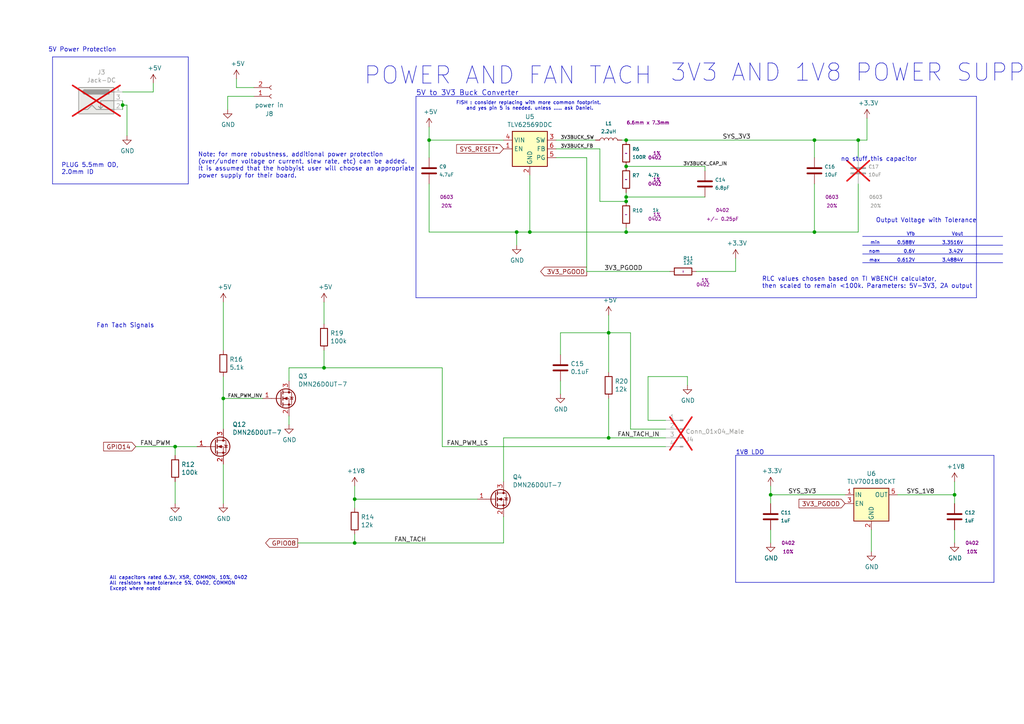
<source format=kicad_sch>
(kicad_sch (version 20231120) (generator "eeschema") (generator_version "8.0")
  (paper "A4")
  (title_block (title "Open Source Educational Baseboard") (date "2020-06-30") (rev "1.1") (company "NVIDIA"))
  (lib_symbols
    (symbol "Connector:Barrel_Jack_Switch" (pin_names hide)
      (property "Reference" "J" (at 0 5.334 0))
      (property "Value" "Barrel_Jack_Switch" (at 0 -5.08 0))
      (symbol "Barrel_Jack_Switch_0_1"
        (rectangle (start -5.08 3.81) (end 5.08 -3.81) (stroke (width 0.254)) (fill (type background)))
        (arc (start -3.302 3.175) (mid -3.9343 2.54) (end -3.302 1.905) (stroke (width 0.254)))
        (arc (start -3.302 3.175) (mid -3.9343 2.54) (end -3.302 1.905) (stroke (width 0.254)) (fill (type outline)))
        (polyline (pts (xy 1.27 -2.286) (xy 1.905 -1.651)) (stroke (width 0.254)))
        (polyline (pts (xy 5.08 2.54) (xy 3.81 2.54)) (stroke (width 0.254)))
        (polyline (pts (xy 5.08 0) (xy 1.27 0) (xy 1.27 -2.286) (xy 0.635 -1.651)) (stroke (width 0.254)))
        (polyline (pts (xy -3.81 -2.54) (xy -2.54 -2.54) (xy -1.27 -1.27) (xy 0 -2.54) (xy 2.54 -2.54) (xy 5.08 -2.54)) (stroke (width 0.254)))
        (rectangle (start 3.683 3.175) (end -3.302 1.905) (stroke (width 0.254)) (fill (type outline)))
      )
      (symbol "Barrel_Jack_Switch_1_1"
        (pin passive line (at 7.62 2.54 180) (length 2.54) (name "~") (number "1"))
        (pin passive line (at 7.62 -2.54 180) (length 2.54) (name "~") (number "2"))
        (pin passive line (at 7.62 0 180) (length 2.54) (name "~") (number "3"))
      )
    )
    (symbol "Connector:Conn_01x02_Socket" (pin_names (offset 1.016) hide)
      (property "Reference" "J" (at 0 2.54 0))
      (property "Value" "Conn_01x02_Socket" (at 0 -5.08 0))
      (symbol "Conn_01x02_Socket_1_1"
        (arc (start 0 -2.032) (mid -0.5058 -2.54) (end 0 -3.048) (stroke (width 0.1524)))
        (polyline (pts (xy -1.27 -2.54) (xy -0.508 -2.54)) (stroke (width 0.1524)))
        (polyline (pts (xy -1.27 0) (xy -0.508 0)) (stroke (width 0.1524)))
        (arc (start 0 0.508) (mid -0.5058 0) (end 0 -0.508) (stroke (width 0.1524)))
        (pin passive line (at -5.08 0 0) (length 3.81) (name "Pin_1") (number "1"))
        (pin passive line (at -5.08 -2.54 0) (length 3.81) (name "Pin_2") (number "2"))
      )
    )
    (symbol "Connector:Conn_01x04_Pin" (pin_names (offset 1.016) hide)
      (property "Reference" "J" (at 0 5.08 0))
      (property "Value" "Conn_01x04_Pin" (at 0 -7.62 0))
      (symbol "Conn_01x04_Pin_1_1"
        (polyline (pts (xy 1.27 -5.08) (xy 0.8636 -5.08)) (stroke (width 0.1524)))
        (polyline (pts (xy 1.27 -2.54) (xy 0.8636 -2.54)) (stroke (width 0.1524)))
        (polyline (pts (xy 1.27 0) (xy 0.8636 0)) (stroke (width 0.1524)))
        (polyline (pts (xy 1.27 2.54) (xy 0.8636 2.54)) (stroke (width 0.1524)))
        (rectangle (start 0.8636 -4.953) (end 0 -5.207) (stroke (width 0.1524)) (fill (type outline)))
        (rectangle (start 0.8636 -2.413) (end 0 -2.667) (stroke (width 0.1524)) (fill (type outline)))
        (rectangle (start 0.8636 0.127) (end 0 -0.127) (stroke (width 0.1524)) (fill (type outline)))
        (rectangle (start 0.8636 2.667) (end 0 2.413) (stroke (width 0.1524)) (fill (type outline)))
        (pin passive line (at 5.08 2.54 180) (length 3.81) (name "Pin_1") (number "1"))
        (pin passive line (at 5.08 0 180) (length 3.81) (name "Pin_2") (number "2"))
        (pin passive line (at 5.08 -2.54 180) (length 3.81) (name "Pin_3") (number "3"))
        (pin passive line (at 5.08 -5.08 180) (length 3.81) (name "Pin_4") (number "4"))
      )
    )
    (symbol "Device:C" (pin_numbers hide) (pin_names (offset 0.254))
      (property "Reference" "C" (at 0.635 2.54 0))
      (property "Value" "C" (at 0.635 -2.54 0))
      (symbol "C_0_1"
        (polyline (pts (xy -2.032 -0.762) (xy 2.032 -0.762)) (stroke (width 0.508)))
        (polyline (pts (xy -2.032 0.762) (xy 2.032 0.762)) (stroke (width 0.508)))
      )
      (symbol "C_1_1"
        (pin passive line (at 0 3.81 270) (length 2.794) (name "~") (number "1"))
        (pin passive line (at 0 -3.81 90) (length 2.794) (name "~") (number "2"))
      )
    )
    (symbol "Device:L" (pin_numbers hide) (pin_names (offset 1.016) hide)
      (property "Reference" "L" (at -1.27 0 90))
      (property "Value" "L" (at 1.905 0 90))
      (symbol "L_0_1"
        (arc (start 0 -2.54) (mid 0.6323 -1.905) (end 0 -1.27))
        (arc (start 0 -1.27) (mid 0.6323 -0.635) (end 0 0))
        (arc (start 0 0) (mid 0.6323 0.635) (end 0 1.27))
        (arc (start 0 1.27) (mid 0.6323 1.905) (end 0 2.54))
      )
      (symbol "L_1_1"
        (pin passive line (at 0 3.81 270) (length 1.27) (name "1") (number "1"))
        (pin passive line (at 0 -3.81 90) (length 1.27) (name "2") (number "2"))
      )
    )
    (symbol "Device:R" (pin_numbers hide) (pin_names (offset 0))
      (property "Reference" "R" (at 2.032 0 90))
      (property "Value" "R" (at 0 0 90))
      (symbol "R_0_1"
        (rectangle (start -1.016 -2.54) (end 1.016 2.54) (stroke (width 0.254)))
      )
      (symbol "R_1_1"
        (pin passive line (at 0 3.81 270) (length 1.27) (name "~") (number "1"))
        (pin passive line (at 0 -3.81 90) (length 1.27) (name "~") (number "2"))
      )
    )
    (symbol "Regulator_Linear:TLV70018_SOT23-5" (pin_names (offset 0.254))
      (property "Reference" "U" (at -3.81 5.715 0))
      (property "Value" "TLV70018_SOT23-5" (at 0 5.715 0))
      (symbol "TLV70018_SOT23-5_0_1"
        (rectangle (start -5.08 4.445) (end 5.08 -5.08) (stroke (width 0.254)) (fill (type background)))
      )
      (symbol "TLV70018_SOT23-5_1_1"
        (pin power_in line (at -7.62 2.54 0) (length 2.54) (name "IN") (number "1"))
        (pin power_in line (at 0 -7.62 90) (length 2.54) (name "GND") (number "2"))
        (pin input line (at -7.62 0 0) (length 2.54) (name "EN") (number "3"))
        (pin no_connect line (at 5.08 0 180) (length 2.54) hide (name "NC") (number "4"))
        (pin power_out line (at 7.62 2.54 180) (length 2.54) (name "OUT") (number "5"))
      )
    )
    (symbol "Regulator_Switching:TLV62569DDC"
      (property "Reference" "U" (at -5.08 6.35 0))
      (property "Value" "TLV62569DDC" (at 0 6.35 0))
      (symbol "TLV62569DDC_0_1"
        (rectangle (start -5.08 5.08) (end 5.08 -5.08) (stroke (width 0.254)) (fill (type background)))
      )
      (symbol "TLV62569DDC_1_1"
        (pin input line (at -7.62 0 0) (length 2.54) (name "EN") (number "1"))
        (pin power_in line (at 0 -7.62 90) (length 2.54) (name "GND") (number "2"))
        (pin power_out line (at 7.62 2.54 180) (length 2.54) (name "SW") (number "3"))
        (pin power_in line (at -7.62 2.54 0) (length 2.54) (name "VIN") (number "4"))
        (pin open_collector line (at 7.62 -2.54 180) (length 2.54) (name "PG") (number "5"))
        (pin input line (at 7.62 0 180) (length 2.54) (name "FB") (number "6"))
      )
    )
    (symbol "Transistor_FET:2N7002" (pin_names hide)
      (property "Reference" "Q" (at 5.08 1.905 0))
      (property "Value" "2N7002" (at 5.08 0 0))
      (symbol "2N7002_0_1"
        (polyline (pts (xy 0.254 0) (xy -2.54 0)))
        (polyline (pts (xy 0.254 1.905) (xy 0.254 -1.905)) (stroke (width 0.254)))
        (polyline (pts (xy 0.762 -1.27) (xy 0.762 -2.286)) (stroke (width 0.254)))
        (polyline (pts (xy 0.762 0.508) (xy 0.762 -0.508)) (stroke (width 0.254)))
        (polyline (pts (xy 0.762 2.286) (xy 0.762 1.27)) (stroke (width 0.254)))
        (polyline (pts (xy 2.54 2.54) (xy 2.54 1.778)))
        (polyline (pts (xy 2.54 -2.54) (xy 2.54 0) (xy 0.762 0)))
        (polyline (pts (xy 0.762 -1.778) (xy 3.302 -1.778) (xy 3.302 1.778) (xy 0.762 1.778)))
        (polyline (pts (xy 1.016 0) (xy 2.032 0.381) (xy 2.032 -0.381) (xy 1.016 0)) (fill (type outline)))
        (polyline (pts (xy 2.794 0.508) (xy 2.921 0.381) (xy 3.683 0.381) (xy 3.81 0.254)))
        (polyline (pts (xy 3.302 0.381) (xy 2.921 -0.254) (xy 3.683 -0.254) (xy 3.302 0.381)))
        (circle (center 1.651 0) (radius 2.794) (stroke (width 0.254)))
        (circle (center 2.54 -1.778) (radius 0.254) (fill (type outline)))
        (circle (center 2.54 1.778) (radius 0.254) (fill (type outline)))
      )
      (symbol "2N7002_1_1"
        (pin input line (at -5.08 0 0) (length 2.54) (name "G") (number "1"))
        (pin passive line (at 2.54 -5.08 90) (length 2.54) (name "S") (number "2"))
        (pin passive line (at 2.54 5.08 270) (length 2.54) (name "D") (number "3"))
      )
    )
    (symbol "power:+1V8" (power) (pin_names (offset 0))
      (property "Value" "+1V8" (at 0 3.556 0))
      (symbol "+1V8_0_1"
        (polyline (pts (xy -0.762 1.27) (xy 0 2.54)))
        (polyline (pts (xy 0 0) (xy 0 2.54)))
        (polyline (pts (xy 0 2.54) (xy 0.762 1.27)))
      )
      (symbol "+1V8_1_1"
        (pin power_in line (at 0 0 90) (length 0) hide (name "+1V8") (number "1"))
      )
    )
    (symbol "power:+3.3V" (power) (pin_names (offset 0))
      (property "Value" "+3.3V" (at 0 3.556 0))
      (symbol "+3.3V_0_1"
        (polyline (pts (xy -0.762 1.27) (xy 0 2.54)))
        (polyline (pts (xy 0 0) (xy 0 2.54)))
        (polyline (pts (xy 0 2.54) (xy 0.762 1.27)))
      )
      (symbol "+3.3V_1_1"
        (pin power_in line (at 0 0 90) (length 0) hide (name "+3.3V") (number "1"))
      )
    )
    (symbol "power:+5V" (power) (pin_names (offset 0))
      (property "Value" "+5V" (at 0 3.556 0))
      (symbol "+5V_0_1"
        (polyline (pts (xy -0.762 1.27) (xy 0 2.54)))
        (polyline (pts (xy 0 0) (xy 0 2.54)))
        (polyline (pts (xy 0 2.54) (xy 0.762 1.27)))
      )
      (symbol "+5V_1_1"
        (pin power_in line (at 0 0 90) (length 0) hide (name "+5V") (number "1"))
      )
    )
    (symbol "power:GND" (power) (pin_names (offset 0))
      (property "Value" "GND" (at 0 -3.81 0))
      (symbol "GND_0_1"
        (polyline (pts (xy 0 0) (xy 0 -1.27) (xy 1.27 -1.27) (xy 0 -2.54) (xy -1.27 -1.27) (xy 0 -1.27)))
      )
      (symbol "GND_1_1"
        (pin power_in line (at 0 0 270) (length 0) hide (name "GND") (number "1"))
      )
    )
  )
  (junction (at 124.46 40.64))
  (junction (at 93.98 106.68))
  (junction (at 102.87 144.78))
  (junction (at 176.53 96.52))
  (junction (at 149.86 67.31))
  (junction (at 248.92 40.64))
  (junction (at 50.8 129.54))
  (junction (at 181.61 67.31))
  (junction (at 181.61 58.42))
  (junction (at 176.53 127))
  (junction (at 236.22 67.31))
  (junction (at 223.52 143.51))
  (junction (at 181.61 40.64))
  (junction (at 181.61 48.26))
  (junction (at 102.87 157.48))
  (junction (at 35.56 30.48))
  (junction (at 236.22 40.64))
  (junction (at 181.61 57.15))
  (junction (at 64.77 115.57))
  (junction (at 153.67 67.31))
  (junction (at 276.86 143.51))
  (wire (pts (xy 236.22 40.64) (xy 248.92 40.64)))
  (wire (pts (xy 248.92 67.31) (xy 236.22 67.31)))
  (wire (pts (xy 124.46 67.31) (xy 149.86 67.31)))
  (wire (pts (xy 149.86 67.31) (xy 149.86 71.12)))
  (wire (pts (xy 245.11 143.51) (xy 223.52 143.51)))
  (wire (pts (xy 173.99 58.42) (xy 181.61 58.42)))
  (wire (pts (xy 236.22 40.64) (xy 236.22 45.72)))
  (wire (pts (xy 35.56 26.67) (xy 44.45 26.67)))
  (polyline (pts (xy 15.24 16.51) (xy 54.61 16.51)))
  (wire (pts (xy 236.22 53.34) (xy 236.22 67.31)))
  (wire (pts (xy 146.05 40.64) (xy 124.46 40.64)))
  (wire (pts (xy 149.86 67.31) (xy 153.67 67.31)))
  (wire (pts (xy 193.04 121.92) (xy 187.96 121.92)))
  (wire (pts (xy 153.67 50.8) (xy 153.67 67.31)))
  (wire (pts (xy 248.92 45.72) (xy 248.92 40.64)))
  (wire (pts (xy 102.87 157.48) (xy 146.05 157.48)))
  (wire (pts (xy 173.99 43.18) (xy 173.99 58.42)))
  (wire (pts (xy 170.18 78.74) (xy 194.31 78.74)))
  (wire (pts (xy 213.36 78.74) (xy 213.36 74.93)))
  (wire (pts (xy 76.2 115.57) (xy 64.77 115.57)))
  (wire (pts (xy 128.27 106.68) (xy 128.27 129.54)))
  (wire (pts (xy 50.8 129.54) (xy 57.15 129.54)))
  (wire (pts (xy 146.05 127) (xy 146.05 139.7)))
  (wire (pts (xy 162.56 110.49) (xy 162.56 114.3)))
  (polyline (pts (xy 120.65 27.94) (xy 283.21 27.94)))
  (wire (pts (xy 83.82 120.65) (xy 83.82 123.19)))
  (polyline (pts (xy 288.29 132.08) (xy 213.36 132.08)))
  (wire (pts (xy 252.73 153.67) (xy 252.73 160.02)))
  (wire (pts (xy 161.29 43.18) (xy 173.99 43.18)))
  (wire (pts (xy 181.61 40.64) (xy 236.22 40.64)))
  (wire (pts (xy 276.86 139.7) (xy 276.86 143.51)))
  (wire (pts (xy 124.46 45.72) (xy 124.46 40.64)))
  (wire (pts (xy 93.98 93.98) (xy 93.98 87.63)))
  (wire (pts (xy 176.53 127) (xy 193.04 127)))
  (wire (pts (xy 187.96 121.92) (xy 187.96 109.22)))
  (wire (pts (xy 35.56 30.48) (xy 35.56 29.21)))
  (polyline (pts (xy 250.19 68.58) (xy 290.83 68.58)))
  (wire (pts (xy 251.46 40.64) (xy 251.46 34.29)))
  (wire (pts (xy 199.39 109.22) (xy 199.39 111.76)))
  (wire (pts (xy 204.47 48.26) (xy 204.47 49.53)))
  (polyline (pts (xy 15.24 53.34) (xy 15.24 16.51)))
  (wire (pts (xy 83.82 110.49) (xy 83.82 106.68)))
  (wire (pts (xy 181.61 66.04) (xy 181.61 67.31)))
  (wire (pts (xy 181.61 48.26) (xy 204.47 48.26)))
  (wire (pts (xy 176.53 107.95) (xy 176.53 96.52)))
  (wire (pts (xy 223.52 153.67) (xy 223.52 157.48)))
  (wire (pts (xy 35.56 30.48) (xy 36.83 30.48)))
  (wire (pts (xy 86.36 157.48) (xy 102.87 157.48)))
  (wire (pts (xy 83.82 106.68) (xy 93.98 106.68)))
  (wire (pts (xy 102.87 154.94) (xy 102.87 157.48)))
  (polyline (pts (xy 54.61 53.34) (xy 15.24 53.34)))
  (wire (pts (xy 193.04 124.46) (xy 182.88 124.46)))
  (wire (pts (xy 102.87 144.78) (xy 102.87 147.32)))
  (wire (pts (xy 44.45 26.67) (xy 44.45 24.13)))
  (wire (pts (xy 124.46 36.83) (xy 124.46 40.64)))
  (polyline (pts (xy 213.36 168.91) (xy 288.29 168.91)))
  (wire (pts (xy 68.58 25.4) (xy 68.58 22.86)))
  (wire (pts (xy 276.86 153.67) (xy 276.86 157.48)))
  (polyline (pts (xy 120.65 27.94) (xy 120.65 86.36)))
  (wire (pts (xy 124.46 53.34) (xy 124.46 67.31)))
  (polyline (pts (xy 250.19 73.66) (xy 290.83 73.66)))
  (wire (pts (xy 187.96 109.22) (xy 199.39 109.22)))
  (wire (pts (xy 162.56 96.52) (xy 176.53 96.52)))
  (wire (pts (xy 176.53 96.52) (xy 182.88 96.52)))
  (wire (pts (xy 201.93 78.74) (xy 213.36 78.74)))
  (polyline (pts (xy 283.21 27.94) (xy 283.21 86.36)))
  (wire (pts (xy 66.04 27.94) (xy 66.04 31.75)))
  (wire (pts (xy 39.37 129.54) (xy 50.8 129.54)))
  (wire (pts (xy 93.98 101.6) (xy 93.98 106.68)))
  (wire (pts (xy 64.77 115.57) (xy 64.77 109.22)))
  (wire (pts (xy 260.35 143.51) (xy 276.86 143.51)))
  (wire (pts (xy 146.05 149.86) (xy 146.05 157.48)))
  (wire (pts (xy 180.34 40.64) (xy 181.61 40.64)))
  (polyline (pts (xy 250.19 71.12) (xy 290.83 71.12)))
  (wire (pts (xy 161.29 40.64) (xy 172.72 40.64)))
  (wire (pts (xy 223.52 143.51) (xy 223.52 140.97)))
  (polyline (pts (xy 288.29 168.91) (xy 288.29 132.08)))
  (wire (pts (xy 161.29 45.72) (xy 170.18 45.72)))
  (wire (pts (xy 276.86 143.51) (xy 276.86 146.05)))
  (wire (pts (xy 35.56 31.75) (xy 35.56 30.48)))
  (wire (pts (xy 36.83 30.48) (xy 36.83 39.37)))
  (wire (pts (xy 64.77 115.57) (xy 64.77 124.46)))
  (wire (pts (xy 204.47 57.15) (xy 181.61 57.15)))
  (wire (pts (xy 181.61 67.31) (xy 153.67 67.31)))
  (wire (pts (xy 102.87 140.97) (xy 102.87 144.78)))
  (wire (pts (xy 128.27 129.54) (xy 193.04 129.54)))
  (wire (pts (xy 146.05 127) (xy 176.53 127)))
  (wire (pts (xy 73.66 27.94) (xy 66.04 27.94)))
  (wire (pts (xy 68.58 25.4) (xy 73.66 25.4)))
  (wire (pts (xy 181.61 58.42) (xy 181.61 57.15)))
  (polyline (pts (xy 290.83 76.2) (xy 250.19 76.2)))
  (wire (pts (xy 248.92 53.34) (xy 248.92 67.31)))
  (wire (pts (xy 248.92 40.64) (xy 251.46 40.64)))
  (wire (pts (xy 223.52 146.05) (xy 223.52 143.51)))
  (wire (pts (xy 64.77 134.62) (xy 64.77 146.05)))
  (wire (pts (xy 176.53 115.57) (xy 176.53 127)))
  (wire (pts (xy 50.8 139.7) (xy 50.8 146.05)))
  (wire (pts (xy 182.88 124.46) (xy 182.88 96.52)))
  (wire (pts (xy 170.18 45.72) (xy 170.18 78.74)))
  (polyline (pts (xy 213.36 132.08) (xy 213.36 168.91)))
  (wire (pts (xy 181.61 57.15) (xy 181.61 55.88)))
  (polyline (pts (xy 54.61 16.51) (xy 54.61 53.34)))
  (wire (pts (xy 176.53 91.44) (xy 176.53 96.52)))
  (wire (pts (xy 93.98 106.68) (xy 128.27 106.68)))
  (wire (pts (xy 64.77 87.63) (xy 64.77 101.6)))
  (wire (pts (xy 181.61 67.31) (xy 236.22 67.31)))
  (wire (pts (xy 162.56 96.52) (xy 162.56 102.87)))
  (wire (pts (xy 138.43 144.78) (xy 102.87 144.78)))
  (wire (pts (xy 50.8 132.08) (xy 50.8 129.54)))
  (polyline (pts (xy 120.65 86.36) (xy 283.21 86.36)))
  (text "PLUG 5.5mm OD, \n2.0mm ID" (at 17.78 50.8 0) (effects (font (size 1.27 1.27)) (justify left bottom)))
  (text "Vout\n" (at 279.4 68.58 0) (effects (font (size 0.9906 0.9906)) (justify right bottom)))
  (text "no stuff this capacitor" (at 243.84 46.99 0) (effects (font (size 1.27 1.27)) (justify left bottom)))
  (text "min\n" (at 255.27 71.12 0) (effects (font (size 0.9906 0.9906)) (justify right bottom)))
  (text "POWER AND FAN TACH\n\n" (at 105.41 33.02 0) (effects (font (size 5.0038 5.0038)) (justify left bottom)))
  (text "Vfb\n" (at 265.43 68.58 0) (effects (font (size 0.9906 0.9906)) (justify right bottom)))
  (text "All capacitors rated 6.3V, X5R, COMMON, 10%, 0402\nAll resistors have tolerance 5%, 0402, COMMON\nExcept where noted\n" (at 31.75 171.45 0) (effects (font (size 0.9906 0.9906)) (justify left bottom)))
  (text "0.588V" (at 265.43 71.12 0) (effects (font (size 0.9906 0.9906)) (justify right bottom)))
  (text "3V3 AND 1V8 POWER SUPPLY\n" (at 194.31 24.13 0) (effects (font (size 5.0038 5.0038)) (justify left bottom)))
  (text "3.4884V\n" (at 279.4 76.2 0) (effects (font (size 0.9906 0.9906)) (justify right bottom)))
  (text "Note: for more robustness, additional power protection \n(over/under voltage or current, slew rate, etc) can be added. \nIt is assumed that the hobbyist user will choose an appropriate \npower supply for their board." (at 57.404 51.816 0) (effects (font (size 1.27 1.27)) (justify left bottom)))
  (text "nom" (at 255.27 73.66 0) (effects (font (size 0.9906 0.9906)) (justify right bottom)))
  (text "1V8 LDO\n" (at 213.36 132.08 0) (effects (font (size 1.27 1.27)) (justify left bottom)))
  (text "Fan Tach Signals\n" (at 27.94 95.25 0) (effects (font (size 1.27 1.27)) (justify left bottom)))
  (text "3.42V" (at 279.4 73.66 0) (effects (font (size 0.9906 0.9906)) (justify right bottom)))
  (text "max" (at 255.27 76.2 0) (effects (font (size 0.9906 0.9906)) (justify right bottom)))
  (text "5V to 3V3 Buck Converter\n" (at 120.65 27.94 0) (effects (font (size 1.4986 1.4986)) (justify left bottom)))
  (text "3.3516V\n" (at 279.4 71.12 0) (effects (font (size 0.9906 0.9906)) (justify right bottom)))
  (text "0.6V\n" (at 265.43 73.66 0) (effects (font (size 0.9906 0.9906)) (justify right bottom)))
  (text "FISH : consider replacing with more common footprint. \nand yes pin 5 is needed. unless ..... ask Daniel." (at 153.67 30.734 0) (effects (font (size 0.9906 0.9906))))
  (text "0.612V\n" (at 265.43 76.2 0) (effects (font (size 0.9906 0.9906)) (justify right bottom)))
  (text "Output Voltage with Tolerance\n" (at 254 64.77 0) (effects (font (size 1.27 1.27)) (justify left bottom)))
  (text "RLC values chosen based on TI WBENCH calculator, \nthen scaled to remain <100k. Parameters: 5V-3V3, 2A output" (at 220.98 83.82 0) (effects (font (size 1.27 1.27)) (justify left bottom)))
  (text "5V Power Protection" (at 13.97 15.24 0) (effects (font (size 1.27 1.27)) (justify left bottom)))
  (label "FAN_PWM_INV" (at 66.04 115.57 0) (effects (font (size 0.9906 0.9906))))
  (label "SYS_3V3" (at 209.55 40.64 0))
  (label "3V3BUCK_CAP_IN" (at 198.12 48.26 0) (effects (font (size 0.9906 0.9906))))
  (label "SYS_1V8" (at 262.89 143.51 0))
  (label "FAN_PWM_LS" (at 129.54 129.54 0))
  (label "3V3BUCK_FB" (at 162.56 43.18 0) (effects (font (size 0.9906 0.9906))))
  (label "FAN_TACH" (at 114.3 157.48 0))
  (label "FAN_TACH_IN" (at 179.07 127 0))
  (label "SYS_3V3" (at 228.6 143.51 0))
  (label "FAN_PWM" (at 40.64 129.54 0))
  (label "3V3_PGOOD" (at 175.26 78.74 0))
  (label "3V3BUCK_SW" (at 162.56 40.64 0) (effects (font (size 0.9906 0.9906))))
  (global_label "3V3_PGOOD" (shape input) (at 245.11 146.05 180) (property "Intersheetrefs" "${INTERSHEET_REFS}" (effects (hide yes))))
  (global_label "GPIO08" (shape output) (at 86.36 157.48 180) (property "Intersheetrefs" "${INTERSHEET_REFS}" (effects (hide yes))))
  (global_label "SYS_RESET*" (shape input) (at 146.05 43.18 180) (property "Intersheetrefs" "${INTERSHEET_REFS}" (effects (hide yes))))
  (global_label "GPIO14" (shape input) (at 39.37 129.54 180) (property "Intersheetrefs" "${INTERSHEET_REFS}" (effects (hide yes))))
  (global_label "3V3_PGOOD" (shape output) (at 170.18 78.74 180) (property "Intersheetrefs" "${INTERSHEET_REFS}" (effects (hide yes))))
  (symbol (lib_id "Connector:Barrel_Jack_Switch") (at 27.94 29.21 0) (unit 1) (dnp yes)
    (property "Reference" "J3" (at 29.3878 20.955 0))
    (property "Value" "Jack-DC" (at 29.3878 23.2664 0))
    (property "Footprint" "Custom Footprints:NINIGI_DC-005" (effects (hide yes)))
  )
  (symbol (lib_id "power:GND") (at 36.83 39.37 0) (unit 1)
    (property "Reference" "#PWR032" (effects (hide yes)))
    (property "Value" "GND" (at 36.957 43.7642 0))
  )
  (symbol (lib_id "power:+5V") (at 93.98 87.63 0) (unit 1)
    (property "Reference" "#PWR039" (effects (hide yes)))
    (property "Value" "+5V" (at 94.361 83.2358 0))
  )
  (symbol (lib_id "power:GND") (at 50.8 146.05 0) (unit 1)
    (property "Reference" "#PWR031" (effects (hide yes)))
    (property "Value" "GND" (at 50.927 150.4442 0))
  )
  (symbol (lib_id "Device:R") (at 50.8 135.89 0) (unit 1)
    (property "Reference" "R12" (at 52.578 134.7216 0) (effects (justify left)))
    (property "Value" "100k" (at 52.578 137.033 0) (effects (justify left)))
    (property "Footprint" "Resistor_SMD:R_0402_1005Metric" (effects (hide yes)))
    (property "MPN" "0402WGF1003TCE" (effects (hide yes)))
    (property "Manufacturer" "C25741" (effects (hide yes)))
    (property "Package" "0402" (effects (hide yes)))
  )
  (symbol (lib_id "Device:R") (at 102.87 151.13 0) (unit 1)
    (property "Reference" "R14" (at 104.648 149.9616 0) (effects (justify left)))
    (property "Value" "12k" (at 104.648 152.273 0) (effects (justify left)))
    (property "Footprint" "Resistor_SMD:R_0402_1005Metric" (effects (hide yes)))
    (property "MPN" "0402WGF1002TCE" (effects (hide yes)))
    (property "Manufacturer" "C25744" (effects (hide yes)))
    (property "Package" "0402" (effects (hide yes)))
  )
  (symbol (lib_id "power:+1V8") (at 102.87 140.97 0) (unit 1)
    (property "Reference" "#PWR037" (effects (hide yes)))
    (property "Value" "+1V8" (at 103.251 136.5758 0))
  )
  (symbol (lib_id "Connector:Conn_01x04_Pin") (at 198.12 124.46 0) (mirror y) (unit 1) (dnp yes)
    (property "Reference" "J4" (at 198.8312 127.4572 0) (effects (justify right)))
    (property "Value" "Conn_01x04_Male" (at 198.8312 125.1458 0) (effects (justify right)))
    (property "Footprint" "Connector_PinHeader_2.54mm:PinHeader_1x04_P2.54mm_Vertical" (effects (hide yes)))
  )
  (symbol (lib_id "power:GND") (at 162.56 114.3 0) (unit 1)
    (property "Reference" "#PWR049" (effects (hide yes)))
    (property "Value" "GND" (at 162.687 118.6942 0))
  )
  (symbol (lib_id "power:+5V") (at 176.53 91.44 0) (unit 1)
    (property "Reference" "#PWR047" (effects (hide yes)))
    (property "Value" "+5V" (at 176.911 87.0458 0))
  )
  (symbol (lib_id "Device:C") (at 162.56 106.68 0) (unit 1)
    (property "Reference" "C15" (at 165.481 105.5116 0) (effects (justify left)))
    (property "Value" "0.1uF" (at 165.481 107.823 0) (effects (justify left)))
    (property "Footprint" "Capacitor_SMD:C_0402_1005Metric" (effects (hide yes)))
    (property "MPN" "CL05B104KO5NNNC" (effects (hide yes)))
  )
  (symbol (lib_id "Device:R") (at 176.53 111.76 0) (unit 1)
    (property "Reference" "R20" (at 178.308 110.5916 0) (effects (justify left)))
    (property "Value" "12k" (at 178.308 112.903 0) (effects (justify left)))
    (property "Footprint" "Resistor_SMD:R_0402_1005Metric" (effects (hide yes)))
    (property "MPN" "0402WGF1002TCE" (effects (hide yes)))
    (property "Manufacturer" "C25744" (effects (hide yes)))
    (property "Package" "0402" (effects (hide yes)))
  )
  (symbol (lib_id "Transistor_FET:2N7002") (at 62.23 129.54 0) (unit 1)
    (property "Reference" "Q12" (at 67.4116 123.1138 0) (effects (justify left)))
    (property "Value" "DMN26D0UT-7" (at 67.4116 125.4252 0) (effects (justify left)))
    (property "Footprint" "Package_TO_SOT_SMD:SOT-523" (effects (hide yes)))
    (property "Datasheet" "https://www.diodes.com/assets/Datasheets/ds31854.pdf" (effects (hide yes)))
    (property "MPN" "DMN26D0UT-7" (effects (hide yes)))
    (property "Manufacturer" "C211407" (effects (hide yes)))
  )
  (symbol (lib_id "power:GND") (at 64.77 146.05 0) (unit 1)
    (property "Reference" "#PWR033" (effects (hide yes)))
    (property "Value" "GND" (at 64.897 150.4442 0))
  )
  (symbol (lib_id "power:GND") (at 83.82 123.19 0) (unit 1)
    (property "Reference" "#PWR041" (effects (hide yes)))
    (property "Value" "GND" (at 83.947 127.5842 0))
  )
  (symbol (lib_id "Device:R") (at 64.77 105.41 0) (unit 1)
    (property "Reference" "R16" (at 66.548 104.2416 0) (effects (justify left)))
    (property "Value" "5.1k" (at 66.548 106.553 0) (effects (justify left)))
    (property "Footprint" "Resistor_SMD:R_0402_1005Metric" (effects (hide yes)))
    (property "MPN" "0402WGF5101TCE" (effects (hide yes)))
  )
  (symbol (lib_id "Device:R") (at 93.98 97.79 0) (unit 1)
    (property "Reference" "R19" (at 95.758 96.6216 0) (effects (justify left)))
    (property "Value" "100k" (at 95.758 98.933 0) (effects (justify left)))
    (property "Footprint" "Resistor_SMD:R_0402_1005Metric" (effects (hide yes)))
    (property "MPN" "0402WGF1003TCE" (effects (hide yes)))
    (property "Manufacturer" "C25741" (effects (hide yes)))
    (property "Package" "0402" (effects (hide yes)))
  )
  (symbol (lib_id "power:+5V") (at 64.77 87.63 0) (unit 1)
    (property "Reference" "#PWR030" (effects (hide yes)))
    (property "Value" "+5V" (at 65.151 83.2358 0))
  )
  (symbol (lib_id "power:+5V") (at 44.45 24.13 0) (unit 1)
    (property "Reference" "#PWR034" (effects (hide yes)))
    (property "Value" "+5V" (at 44.831 19.7358 0))
  )
  (symbol (lib_id "Transistor_FET:2N7002") (at 81.28 115.57 0) (unit 1)
    (property "Reference" "Q3" (at 86.4616 109.1438 0) (effects (justify left)))
    (property "Value" "DMN26D0UT-7" (at 86.4616 111.4552 0) (effects (justify left)))
    (property "Footprint" "Package_TO_SOT_SMD:SOT-523" (effects (hide yes)))
    (property "Datasheet" "https://www.diodes.com/assets/Datasheets/ds31854.pdf" (effects (hide yes)))
    (property "MPN" "DMN26D0UT-7" (effects (hide yes)))
    (property "Manufacturer" "C211407" (effects (hide yes)))
  )
  (symbol (lib_id "Transistor_FET:2N7002") (at 143.51 144.78 0) (unit 1)
    (property "Reference" "Q4" (at 148.6916 138.3538 0) (effects (justify left)))
    (property "Value" "DMN26D0UT-7" (at 148.6916 140.6652 0) (effects (justify left)))
    (property "Footprint" "Package_TO_SOT_SMD:SOT-523" (effects (hide yes)))
    (property "Datasheet" "https://www.diodes.com/assets/Datasheets/ds31854.pdf" (effects (hide yes)))
    (property "MPN" "DMN26D0UT-7" (effects (hide yes)))
    (property "Manufacturer" "C211407" (effects (hide yes)))
  )
  (symbol (lib_id "power:GND") (at 199.39 111.76 0) (unit 1)
    (property "Reference" "#PWR036" (effects (hide yes)))
    (property "Value" "GND" (at 199.517 116.1542 0))
  )
  (symbol (lib_id "power:GND") (at 66.04 31.75 0) (unit 1)
    (property "Reference" "#PWR063" (effects (hide yes)))
    (property "Value" "GND" (at 66.167 36.1442 0))
  )
  (symbol (lib_id "power:GND") (at 276.86 157.48 0) (unit 1)
    (property "Reference" "#PWR050" (effects (hide yes)))
    (property "Value" "GND" (at 276.987 161.8742 0))
  )
  (symbol (lib_id "Regulator_Switching:TLV62569DDC") (at 153.67 43.18 0) (unit 1)
    (property "Reference" "U5" (at 153.67 33.8582 0))
    (property "Value" "TLV62569DDC" (at 153.67 36.1696 0))
    (property "Footprint" "Package_TO_SOT_SMD:SOT-23-6" (effects (hide yes)))
    (property "Datasheet" "http://www.ti.com/lit/ds/symlink/tlv62569.pdf" (effects (hide yes)))
    (property "MPN" "TLV62569DBVR" (effects (hide yes)))
  )
  (symbol (lib_id "Device:C") (at 276.86 149.86 0) (unit 1)
    (property "Reference" "C12" (at 279.781 148.6916 0) (effects (font (size 0.9906 0.9906)) (justify left)))
    (property "Value" "1uF" (at 279.781 151.003 0) (effects (font (size 0.9906 0.9906)) (justify left)))
    (property "Footprint" "Capacitor_SMD:C_0402_1005Metric" (effects (hide yes)))
    (property "Package" "0402" (at 281.94 157.48 0) (effects (font (size 0.9906 0.9906))))
    (property "Tolerance" "10%" (at 281.94 160.02 0) (effects (font (size 0.9906 0.9906))))
    (property "MPN" "CL05A105KA5NQNC" (effects (hide yes)))
  )
  (symbol (lib_id "power:+1V8") (at 276.86 139.7 0) (unit 1)
    (property "Reference" "#PWR048" (effects (hide yes)))
    (property "Value" "+1V8" (at 277.241 135.3058 0))
  )
  (symbol (lib_id "Device:C") (at 124.46 49.53 0) (unit 1)
    (property "Reference" "C9" (at 127.381 48.3616 0) (effects (font (size 0.9906 0.9906)) (justify left)))
    (property "Value" "4.7uF" (at 127.381 50.673 0) (effects (font (size 0.9906 0.9906)) (justify left)))
    (property "Footprint" "Capacitor_SMD:C_0402_1005Metric" (effects (hide yes)))
    (property "Package" "0603" (at 129.54 57.15 0) (effects (font (size 0.9906 0.9906))))
    (property "Tolerance" "20%" (at 129.54 59.69 0) (effects (font (size 0.9906 0.9906))))
    (property "MPN" "CL05A475MP5NRNC" (effects (hide yes)))
  )
  (symbol (lib_id "power:GND") (at 252.73 160.02 0) (unit 1)
    (property "Reference" "#PWR046" (effects (hide yes)))
    (property "Value" "GND" (at 252.857 164.4142 0))
  )
  (symbol (lib_id "power:+3.3V") (at 251.46 34.29 0) (unit 1)
    (property "Reference" "#PWR052" (effects (hide yes)))
    (property "Value" "+3.3V" (at 251.841 29.8958 0))
  )
  (symbol (lib_id "power:+5V") (at 68.58 22.86 0) (unit 1)
    (property "Reference" "#PWR059" (effects (hide yes)))
    (property "Value" "+5V" (at 68.961 18.4658 0))
  )
  (symbol (lib_id "power:+3.3V") (at 213.36 74.93 0) (unit 1)
    (property "Reference" "#PWR051" (effects (hide yes)))
    (property "Value" "+3.3V" (at 213.741 70.5358 0))
  )
  (symbol (lib_id "Device:R") (at 181.61 62.23 0) (unit 1)
    (property "Reference" "R10" (at 183.388 61.0616 0) (effects (font (size 0.9906 0.9906)) (justify left)))
    (property "Value" "1k" (at 189.23 60.96 0) (effects (font (size 0.9906 0.9906)) (justify left)))
    (property "Footprint" "Resistor_SMD:R_0402_1005Metric" (effects (hide yes)))
    (property "Datasheet" "~" (at 181.61 62.23 0) (effects (font (size 0.9906 0.9906))))
    (property "Package" "0402" (at 187.96 63.5 0) (effects (font (size 0.9906 0.9906)) (justify left)))
    (property "Tolerance" "1%" (at 190.5 62.23 0) (effects (font (size 0.9906 0.9906))))
    (property "MPN" "0402WGF1001TCE" (effects (hide yes)))
    (property "Manufacturer" "C11702" (effects (hide yes)))
  )
  (symbol (lib_id "Device:C") (at 248.92 49.53 0) (unit 1) (dnp yes)
    (property "Reference" "C17" (at 251.841 48.3616 0) (effects (font (size 0.9906 0.9906)) (justify left)))
    (property "Value" "10uF" (at 251.841 50.673 0) (effects (font (size 0.9906 0.9906)) (justify left)))
    (property "Footprint" "Capacitor_SMD:C_0603_1608Metric" (effects (hide yes)))
    (property "Package" "0603" (at 254 57.15 0) (effects (font (size 0.9906 0.9906))))
    (property "Tolerance" "20%" (at 254 59.69 0) (effects (font (size 0.9906 0.9906))))
  )
  (symbol (lib_id "power:+5V") (at 124.46 36.83 0) (unit 1)
    (property "Reference" "#PWR035" (effects (hide yes)))
    (property "Value" "+5V" (at 124.841 32.4358 0))
  )
  (symbol (lib_id "Regulator_Linear:TLV70018_SOT23-5") (at 252.73 146.05 0) (unit 1)
    (property "Reference" "U6" (at 252.73 137.3632 0))
    (property "Value" "TLV70018DCKT" (at 252.73 139.6746 0))
    (property "Footprint" "Package_TO_SOT_SMD:SOT-353_SC-70-5" (effects (hide yes)))
    (property "Datasheet" "http://www.ti.com/lit/ds/symlink/tlv700.pdf" (effects (hide yes)))
    (property "MPN" "TLV70018DCKT" (effects (hide yes)))
    (property "Manufacturer" "C53149" (effects (hide yes)))
  )
  (symbol (lib_id "power:GND") (at 149.86 71.12 0) (unit 1)
    (property "Reference" "#PWR045" (effects (hide yes)))
    (property "Value" "GND" (at 149.987 75.5142 0))
  )
  (symbol (lib_id "Device:C") (at 223.52 149.86 0) (unit 1)
    (property "Reference" "C11" (at 226.441 148.6916 0) (effects (font (size 0.9906 0.9906)) (justify left)))
    (property "Value" "1uF" (at 226.441 151.003 0) (effects (font (size 0.9906 0.9906)) (justify left)))
    (property "Footprint" "Capacitor_SMD:C_0402_1005Metric" (effects (hide yes)))
    (property "Package" "0402" (at 228.6 157.48 0) (effects (font (size 0.9906 0.9906))))
    (property "Tolerance" "10%" (at 228.6 160.02 0) (effects (font (size 0.9906 0.9906))))
    (property "MPN" "CL05A105KA5NQNC" (effects (hide yes)))
  )
  (symbol (lib_id "power:+3.3V") (at 223.52 140.97 0) (unit 1)
    (property "Reference" "#PWR042" (effects (hide yes)))
    (property "Value" "+3.3V" (at 223.901 136.5758 0))
  )
  (symbol (lib_id "Device:R") (at 198.12 78.74 270) (unit 1)
    (property "Reference" "R11" (at 198.12 74.93 90) (effects (font (size 0.9906 0.9906)) (justify left)))
    (property "Value" "12k" (at 198.12 76.2 90) (effects (font (size 0.9906 0.9906)) (justify left)))
    (property "Footprint" "Resistor_SMD:R_0402_1005Metric" (effects (hide yes)))
    (property "Datasheet" "~" (at 198.12 78.74 0) (effects (font (size 0.9906 0.9906))))
    (property "Package" "0402" (at 201.93 82.55 90) (effects (font (size 0.9906 0.9906)) (justify left)))
    (property "Tolerance" "1%" (at 204.47 81.28 90) (effects (font (size 0.9906 0.9906))))
    (property "MPN" "0402WGF1002TCE" (effects (hide yes)))
    (property "Manufacturer" "C25744" (effects (hide yes)))
  )
  (symbol (lib_id "Device:C") (at 204.47 53.34 0) (unit 1)
    (property "Reference" "C14" (at 207.391 52.1716 0) (effects (font (size 0.9906 0.9906)) (justify left)))
    (property "Value" "6.8pF" (at 207.391 54.483 0) (effects (font (size 0.9906 0.9906)) (justify left)))
    (property "Footprint" "Capacitor_SMD:C_0402_1005Metric" (effects (hide yes)))
    (property "Package" "0402" (at 209.55 60.96 0) (effects (font (size 0.9906 0.9906))))
    (property "Tolerance" "+/- 0.25pF" (at 209.55 63.5 0) (effects (font (size 0.9906 0.9906))))
    (property "MPN" "0402CG6R8C500NT" (effects (hide yes)))
    (property "Manufacturer" "C1576" (effects (hide yes)))
  )
  (symbol (lib_id "power:GND") (at 223.52 157.48 0) (unit 1)
    (property "Reference" "#PWR044" (effects (hide yes)))
    (property "Value" "GND" (at 223.647 161.8742 0))
  )
  (symbol (lib_id "Device:L") (at 176.53 40.64 90) (unit 1)
    (property "Reference" "L1" (at 176.53 35.814 90) (effects (font (size 0.9906 0.9906))))
    (property "Value" "2.2uH" (at 176.53 38.1254 90) (effects (font (size 0.9906 0.9906))))
    (property "Footprint" "Inductor_SMD:L_Bourns_SRP7028A_7.3x6.6mm" (effects (hide yes)))
    (property "Package" "6.6mm x 7.3mm" (at 187.96 35.56 90) (effects (font (size 0.9906 0.9906))))
    (property "MPN" "YSPI0730-2R2M " (effects (hide yes)))
    (property "Manufacturer" "C351115" (effects (hide yes)))
  )
  (symbol (lib_id "Device:C") (at 236.22 49.53 0) (unit 1)
    (property "Reference" "C16" (at 239.141 48.3616 0) (effects (font (size 0.9906 0.9906)) (justify left)))
    (property "Value" "10uF" (at 239.141 50.673 0) (effects (font (size 0.9906 0.9906)) (justify left)))
    (property "Footprint" "Capacitor_SMD:C_0603_1608Metric" (effects (hide yes)))
    (property "Package" "0603" (at 241.3 57.15 0) (effects (font (size 0.9906 0.9906))))
    (property "Tolerance" "20%" (at 241.3 59.69 0) (effects (font (size 0.9906 0.9906))))
    (property "MPN" "CL10A106MA8NRNC" (effects (hide yes)))
  )
  (symbol (lib_id "Connector:Conn_01x02_Socket") (at 78.74 27.94 0) (mirror x) (unit 1) (in_bom no)
    (property "Reference" "J8" (at 78.105 33.02 0))
    (property "Value" "power in" (at 78.105 30.48 0))
    (property "Footprint" "Connector_PinSocket_2.54mm:PinSocket_1x02_P2.54mm_Vertical" (effects (hide yes)))
    (property "Description" "Generic connector, single row, 01x02, script generated" (effects (hide yes)))
  )
  (symbol (lib_id "Device:R") (at 181.61 52.07 0) (unit 1)
    (property "Reference" "R7" (at 183.388 50.9016 0) (effects (font (size 0.9906 0.9906)) (justify left)))
    (property "Value" "4.7k" (at 187.96 50.8 0) (effects (font (size 0.9906 0.9906)) (justify left)))
    (property "Footprint" "Resistor_SMD:R_0402_1005Metric" (effects (hide yes)))
    (property "Datasheet" "~" (at 181.61 52.07 0) (effects (font (size 0.9906 0.9906))))
    (property "Package" "0402" (at 187.96 53.34 0) (effects (font (size 0.9906 0.9906)) (justify left)))
    (property "Tolerance" "1%" (at 190.5 52.07 0) (effects (font (size 0.9906 0.9906))))
    (property "MPN" "0402WGF4701TCE" (effects (hide yes)))
    (property "Manufacturer" "C25900" (effects (hide yes)))
  )
  (symbol (lib_id "Device:R") (at 181.61 44.45 0) (unit 1)
    (property "Reference" "R6" (at 183.388 43.2816 0) (effects (font (size 0.9906 0.9906)) (justify left)))
    (property "Value" "100R" (at 183.388 45.593 0) (effects (font (size 0.9906 0.9906)) (justify left)))
    (property "Footprint" "Resistor_SMD:R_0402_1005Metric" (effects (hide yes)))
    (property "Datasheet" "~" (at 181.61 44.45 0) (effects (font (size 0.9906 0.9906))))
    (property "Package" "0402" (at 187.96 45.72 0) (effects (font (size 0.9906 0.9906)) (justify left)))
    (property "Tolerance" "1%" (at 190.5 44.45 0) (effects (font (size 0.9906 0.9906))))
    (property "MPN" "0402WGF1000TCE" (effects (hide yes)))
    (property "Manufacturer" "C25076" (effects (hide yes)))
  )
)
</source>
